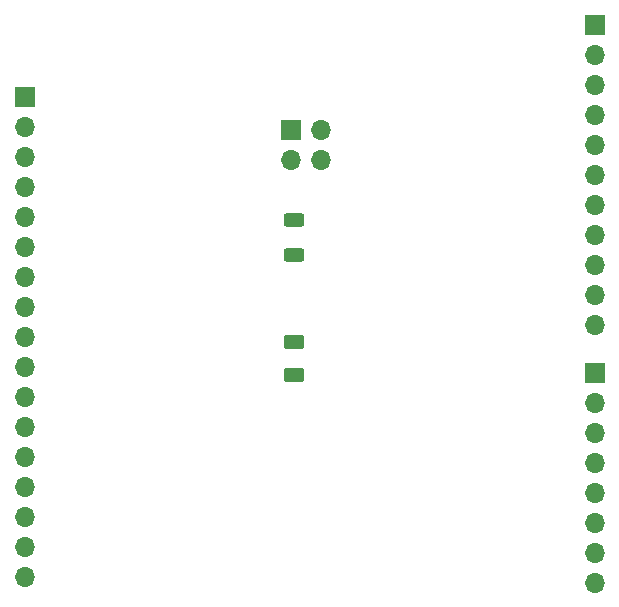
<source format=gbr>
%TF.GenerationSoftware,KiCad,Pcbnew,8.0.5*%
%TF.CreationDate,2024-10-18T20:24:32+02:00*%
%TF.ProjectId,p_ytka,70427974-6b61-42e6-9b69-6361645f7063,rev?*%
%TF.SameCoordinates,Original*%
%TF.FileFunction,Soldermask,Top*%
%TF.FilePolarity,Negative*%
%FSLAX46Y46*%
G04 Gerber Fmt 4.6, Leading zero omitted, Abs format (unit mm)*
G04 Created by KiCad (PCBNEW 8.0.5) date 2024-10-18 20:24:32*
%MOMM*%
%LPD*%
G01*
G04 APERTURE LIST*
G04 Aperture macros list*
%AMRoundRect*
0 Rectangle with rounded corners*
0 $1 Rounding radius*
0 $2 $3 $4 $5 $6 $7 $8 $9 X,Y pos of 4 corners*
0 Add a 4 corners polygon primitive as box body*
4,1,4,$2,$3,$4,$5,$6,$7,$8,$9,$2,$3,0*
0 Add four circle primitives for the rounded corners*
1,1,$1+$1,$2,$3*
1,1,$1+$1,$4,$5*
1,1,$1+$1,$6,$7*
1,1,$1+$1,$8,$9*
0 Add four rect primitives between the rounded corners*
20,1,$1+$1,$2,$3,$4,$5,0*
20,1,$1+$1,$4,$5,$6,$7,0*
20,1,$1+$1,$6,$7,$8,$9,0*
20,1,$1+$1,$8,$9,$2,$3,0*%
G04 Aperture macros list end*
%ADD10RoundRect,0.250000X0.625000X-0.375000X0.625000X0.375000X-0.625000X0.375000X-0.625000X-0.375000X0*%
%ADD11RoundRect,0.250000X-0.625000X0.312500X-0.625000X-0.312500X0.625000X-0.312500X0.625000X0.312500X0*%
%ADD12O,1.700000X1.700000*%
%ADD13R,1.700000X1.700000*%
G04 APERTURE END LIST*
D10*
%TO.C,D1*%
X127500000Y-82900000D03*
X127500000Y-80100000D03*
%TD*%
D11*
%TO.C,R1*%
X127500000Y-69820000D03*
X127500000Y-72745000D03*
%TD*%
D12*
%TO.C,REF\u002A\u002A*%
X104740000Y-100000000D03*
X104740000Y-97460000D03*
X104740000Y-94920000D03*
X104740000Y-92380000D03*
X104740000Y-89840000D03*
X104740000Y-87300000D03*
X104740000Y-84760000D03*
X104740000Y-82220000D03*
X104740000Y-79680000D03*
X104740000Y-77140000D03*
X104740000Y-74600000D03*
X104740000Y-72060000D03*
X104740000Y-69520000D03*
X104740000Y-66980000D03*
X104740000Y-64440000D03*
X104740000Y-61900000D03*
D13*
X104740000Y-59360000D03*
%TD*%
%TO.C,REF\u002A\u002A*%
X153000000Y-82720000D03*
D12*
X153000000Y-85260000D03*
X153000000Y-87800000D03*
X153000000Y-90340000D03*
X153000000Y-92880000D03*
X153000000Y-95420000D03*
X153000000Y-97960000D03*
X153000000Y-100500000D03*
%TD*%
%TO.C,REF\u002A\u002A*%
X129790000Y-64750000D03*
X129790000Y-62210000D03*
X127250000Y-64750000D03*
D13*
X127250000Y-62210000D03*
%TD*%
%TO.C,REF\u002A\u002A*%
X153000000Y-53260000D03*
D12*
X153000000Y-55800000D03*
X153000000Y-58340000D03*
X153000000Y-60880000D03*
X153000000Y-63420000D03*
X153000000Y-65960000D03*
X153000000Y-68500000D03*
X153000000Y-71040000D03*
X153000000Y-73580000D03*
X153000000Y-76120000D03*
X153000000Y-78660000D03*
%TD*%
M02*

</source>
